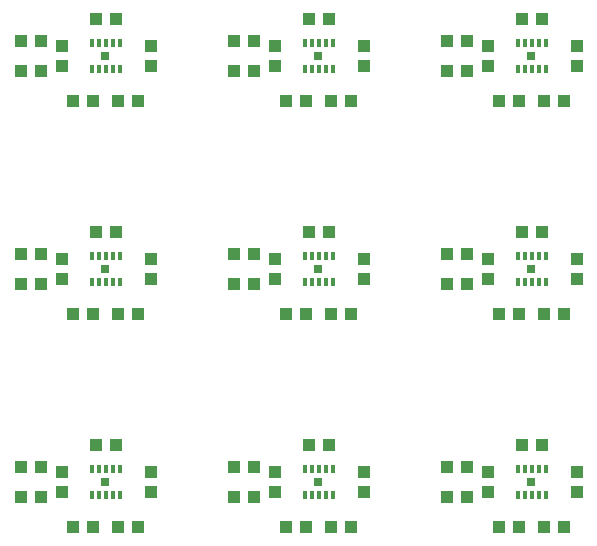
<source format=gtp>
G75*
%MOIN*%
%OFA0B0*%
%FSLAX25Y25*%
%IPPOS*%
%LPD*%
%AMOC8*
5,1,8,0,0,1.08239X$1,22.5*
%
%ADD10R,0.04331X0.03937*%
%ADD11R,0.03937X0.04331*%
%ADD12R,0.02756X0.02826*%
%ADD13R,0.01575X0.02756*%
D10*
X0026404Y0030060D03*
X0033096Y0030060D03*
X0041404Y0030060D03*
X0048096Y0030060D03*
X0040596Y0057560D03*
X0033904Y0057560D03*
X0015596Y0050060D03*
X0008904Y0050060D03*
X0008904Y0040060D03*
X0015596Y0040060D03*
X0026404Y0101060D03*
X0033096Y0101060D03*
X0041404Y0101060D03*
X0048096Y0101060D03*
X0040596Y0128560D03*
X0033904Y0128560D03*
X0015596Y0121060D03*
X0008904Y0121060D03*
X0008904Y0111060D03*
X0015596Y0111060D03*
X0026404Y0172060D03*
X0033096Y0172060D03*
X0041404Y0172060D03*
X0048096Y0172060D03*
X0040596Y0199560D03*
X0033904Y0199560D03*
X0015596Y0192060D03*
X0008904Y0192060D03*
X0008904Y0182060D03*
X0015596Y0182060D03*
X0079904Y0182060D03*
X0086596Y0182060D03*
X0086596Y0192060D03*
X0079904Y0192060D03*
X0097404Y0172060D03*
X0104096Y0172060D03*
X0112404Y0172060D03*
X0119096Y0172060D03*
X0111596Y0199560D03*
X0104904Y0199560D03*
X0150904Y0192060D03*
X0157596Y0192060D03*
X0157596Y0182060D03*
X0150904Y0182060D03*
X0168404Y0172060D03*
X0175096Y0172060D03*
X0183404Y0172060D03*
X0190096Y0172060D03*
X0182596Y0199560D03*
X0175904Y0199560D03*
X0175904Y0128560D03*
X0182596Y0128560D03*
X0157596Y0121060D03*
X0150904Y0121060D03*
X0150904Y0111060D03*
X0157596Y0111060D03*
X0168404Y0101060D03*
X0175096Y0101060D03*
X0183404Y0101060D03*
X0190096Y0101060D03*
X0182596Y0057560D03*
X0175904Y0057560D03*
X0157596Y0050060D03*
X0150904Y0050060D03*
X0150904Y0040060D03*
X0157596Y0040060D03*
X0168404Y0030060D03*
X0175096Y0030060D03*
X0183404Y0030060D03*
X0190096Y0030060D03*
X0119096Y0030060D03*
X0112404Y0030060D03*
X0104096Y0030060D03*
X0097404Y0030060D03*
X0086596Y0040060D03*
X0079904Y0040060D03*
X0079904Y0050060D03*
X0086596Y0050060D03*
X0104904Y0057560D03*
X0111596Y0057560D03*
X0112404Y0101060D03*
X0119096Y0101060D03*
X0104096Y0101060D03*
X0097404Y0101060D03*
X0086596Y0111060D03*
X0079904Y0111060D03*
X0079904Y0121060D03*
X0086596Y0121060D03*
X0104904Y0128560D03*
X0111596Y0128560D03*
D11*
X0123250Y0119406D03*
X0123250Y0112714D03*
X0093750Y0112714D03*
X0093750Y0119406D03*
X0052250Y0119406D03*
X0052250Y0112714D03*
X0022750Y0112714D03*
X0022750Y0119406D03*
X0022750Y0183714D03*
X0022750Y0190406D03*
X0052250Y0190406D03*
X0052250Y0183714D03*
X0093750Y0183714D03*
X0093750Y0190406D03*
X0123250Y0190406D03*
X0123250Y0183714D03*
X0164750Y0183714D03*
X0164750Y0190406D03*
X0194250Y0190406D03*
X0194250Y0183714D03*
X0194250Y0119406D03*
X0194250Y0112714D03*
X0164750Y0112714D03*
X0164750Y0119406D03*
X0164750Y0048406D03*
X0164750Y0041714D03*
X0194250Y0041714D03*
X0194250Y0048406D03*
X0123250Y0048406D03*
X0123250Y0041714D03*
X0093750Y0041714D03*
X0093750Y0048406D03*
X0052250Y0048406D03*
X0052250Y0041714D03*
X0022750Y0041714D03*
X0022750Y0048406D03*
D12*
X0037053Y0045060D03*
X0037053Y0116060D03*
X0108053Y0116060D03*
X0108053Y0045060D03*
X0179053Y0045060D03*
X0179053Y0116060D03*
X0179053Y0187060D03*
X0108053Y0187060D03*
X0037053Y0187060D03*
D13*
X0037250Y0191391D03*
X0034888Y0191391D03*
X0032526Y0191391D03*
X0039612Y0191391D03*
X0041974Y0191391D03*
X0041974Y0182729D03*
X0039612Y0182729D03*
X0037250Y0182729D03*
X0034888Y0182729D03*
X0032526Y0182729D03*
X0032526Y0120391D03*
X0034888Y0120391D03*
X0037250Y0120391D03*
X0039612Y0120391D03*
X0041974Y0120391D03*
X0041974Y0111729D03*
X0039612Y0111729D03*
X0037250Y0111729D03*
X0034888Y0111729D03*
X0032526Y0111729D03*
X0032526Y0049391D03*
X0034888Y0049391D03*
X0037250Y0049391D03*
X0039612Y0049391D03*
X0041974Y0049391D03*
X0041974Y0040729D03*
X0039612Y0040729D03*
X0037250Y0040729D03*
X0034888Y0040729D03*
X0032526Y0040729D03*
X0103526Y0040729D03*
X0105888Y0040729D03*
X0108250Y0040729D03*
X0110612Y0040729D03*
X0112974Y0040729D03*
X0112974Y0049391D03*
X0110612Y0049391D03*
X0108250Y0049391D03*
X0105888Y0049391D03*
X0103526Y0049391D03*
X0103526Y0111729D03*
X0105888Y0111729D03*
X0108250Y0111729D03*
X0110612Y0111729D03*
X0112974Y0111729D03*
X0112974Y0120391D03*
X0110612Y0120391D03*
X0108250Y0120391D03*
X0105888Y0120391D03*
X0103526Y0120391D03*
X0103526Y0182729D03*
X0105888Y0182729D03*
X0108250Y0182729D03*
X0110612Y0182729D03*
X0112974Y0182729D03*
X0112974Y0191391D03*
X0110612Y0191391D03*
X0108250Y0191391D03*
X0105888Y0191391D03*
X0103526Y0191391D03*
X0174526Y0191391D03*
X0176888Y0191391D03*
X0179250Y0191391D03*
X0181612Y0191391D03*
X0183974Y0191391D03*
X0183974Y0182729D03*
X0181612Y0182729D03*
X0179250Y0182729D03*
X0176888Y0182729D03*
X0174526Y0182729D03*
X0174526Y0120391D03*
X0176888Y0120391D03*
X0179250Y0120391D03*
X0181612Y0120391D03*
X0183974Y0120391D03*
X0183974Y0111729D03*
X0181612Y0111729D03*
X0179250Y0111729D03*
X0176888Y0111729D03*
X0174526Y0111729D03*
X0174526Y0049391D03*
X0176888Y0049391D03*
X0179250Y0049391D03*
X0181612Y0049391D03*
X0183974Y0049391D03*
X0183974Y0040729D03*
X0181612Y0040729D03*
X0179250Y0040729D03*
X0176888Y0040729D03*
X0174526Y0040729D03*
M02*

</source>
